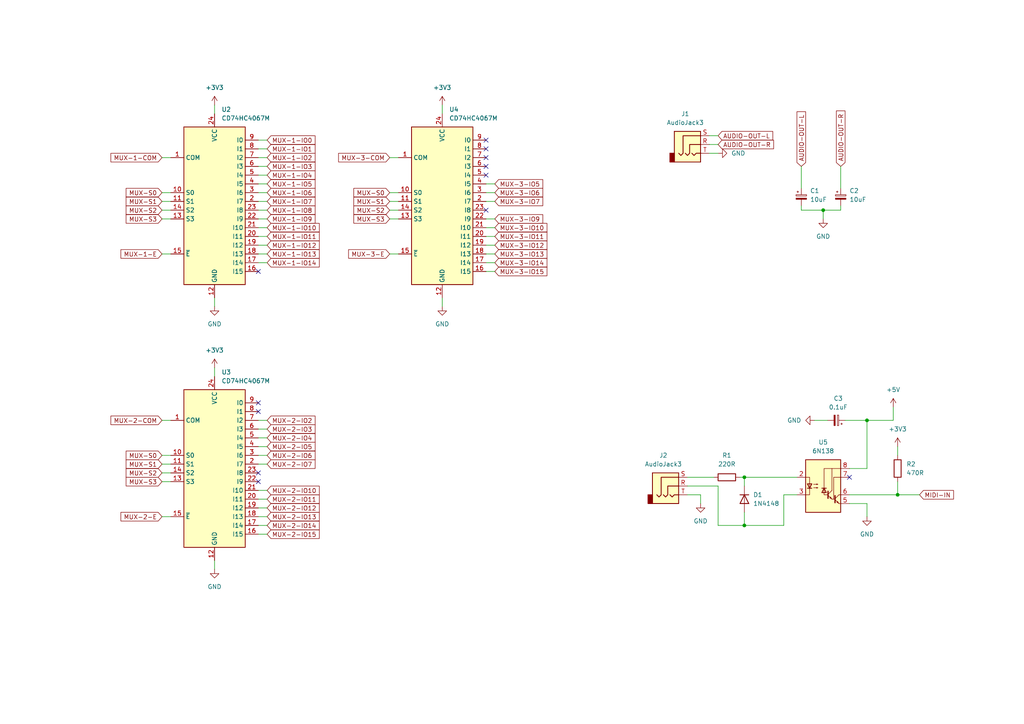
<source format=kicad_sch>
(kicad_sch (version 20211123) (generator eeschema)
  (paper "A4")
  (lib_symbols
    (symbol "74xx:CD74HC4067M"
      (property "Reference" "U" (at -8.89 22.86 0))
      (property "Value" "CD74HC4067M" (at 1.27 22.86 0))
      (symbol "CD74HC4067M_0_1"
        (rectangle (start -8.89 21.59) (end 8.89 -24.13) (stroke (width 0.254)) (fill (type background)))
      )
      (symbol "CD74HC4067M_1_1"
        (pin passive line (at -12.7 12.7 0) (length 3.81) (name "COM") (number "1"))
        (pin input line (at -12.7 2.54 0) (length 3.81) (name "S0") (number "10"))
        (pin input line (at -12.7 0 0) (length 3.81) (name "S1") (number "11"))
        (pin power_in line (at 0 -27.94 90) (length 3.81) (name "GND") (number "12"))
        (pin input line (at -12.7 -5.08 0) (length 3.81) (name "S3") (number "13"))
        (pin input line (at -12.7 -2.54 0) (length 3.81) (name "S2") (number "14"))
        (pin input line (at -12.7 -15.24 0) (length 3.81) (name "~{E}") (number "15"))
        (pin passive line (at 12.7 -20.32 180) (length 3.81) (name "I15") (number "16"))
        (pin passive line (at 12.7 -17.78 180) (length 3.81) (name "I14") (number "17"))
        (pin passive line (at 12.7 -15.24 180) (length 3.81) (name "I13") (number "18"))
        (pin passive line (at 12.7 -12.7 180) (length 3.81) (name "I12") (number "19"))
        (pin passive line (at 12.7 0 180) (length 3.81) (name "I7") (number "2"))
        (pin passive line (at 12.7 -10.16 180) (length 3.81) (name "I11") (number "20"))
        (pin passive line (at 12.7 -7.62 180) (length 3.81) (name "I10") (number "21"))
        (pin passive line (at 12.7 -5.08 180) (length 3.81) (name "I9") (number "22"))
        (pin passive line (at 12.7 -2.54 180) (length 3.81) (name "I8") (number "23"))
        (pin power_in line (at 0 25.4 270) (length 3.81) (name "VCC") (number "24"))
        (pin passive line (at 12.7 2.54 180) (length 3.81) (name "I6") (number "3"))
        (pin passive line (at 12.7 5.08 180) (length 3.81) (name "I5") (number "4"))
        (pin passive line (at 12.7 7.62 180) (length 3.81) (name "I4") (number "5"))
        (pin passive line (at 12.7 10.16 180) (length 3.81) (name "I3") (number "6"))
        (pin passive line (at 12.7 12.7 180) (length 3.81) (name "I2") (number "7"))
        (pin passive line (at 12.7 15.24 180) (length 3.81) (name "I1") (number "8"))
        (pin passive line (at 12.7 17.78 180) (length 3.81) (name "I0") (number "9"))
      )
    )
    (symbol "Connector:AudioJack3"
      (property "Reference" "J" (at 0 8.89 0))
      (property "Value" "AudioJack3" (at 0 6.35 0))
      (symbol "AudioJack3_0_1"
        (rectangle (start -5.08 -5.08) (end -6.35 -2.54) (stroke (width 0.254)) (fill (type outline)))
        (polyline (pts (xy 0 -2.54) (xy 0.635 -3.175) (xy 1.27 -2.54) (xy 2.54 -2.54)) (stroke (width 0.254)))
        (polyline (pts (xy -1.905 -2.54) (xy -1.27 -3.175) (xy -0.635 -2.54) (xy -0.635 0) (xy 2.54 0)) (stroke (width 0.254)))
        (polyline (pts (xy 2.54 2.54) (xy -2.54 2.54) (xy -2.54 -2.54) (xy -3.175 -3.175) (xy -3.81 -2.54)) (stroke (width 0.254)))
        (rectangle (start 2.54 3.81) (end -5.08 -5.08) (stroke (width 0.254)) (fill (type background)))
      )
      (symbol "AudioJack3_1_1"
        (pin passive line (at 5.08 0 180) (length 2.54) (name "~") (number "R"))
        (pin passive line (at 5.08 2.54 180) (length 2.54) (name "~") (number "S"))
        (pin passive line (at 5.08 -2.54 180) (length 2.54) (name "~") (number "T"))
      )
    )
    (symbol "Device:C_Polarized_Small" (pin_numbers hide) (pin_names (offset 0.254) hide)
      (property "Reference" "C" (at 0.254 1.778 0))
      (property "Value" "C_Polarized_Small" (at 0.254 -2.032 0))
      (symbol "C_Polarized_Small_0_1"
        (rectangle (start -1.524 -0.3048) (end 1.524 -0.6858) (fill (type outline)))
        (rectangle (start -1.524 0.6858) (end 1.524 0.3048))
        (polyline (pts (xy -1.27 1.524) (xy -0.762 1.524)))
        (polyline (pts (xy -1.016 1.27) (xy -1.016 1.778)))
      )
      (symbol "C_Polarized_Small_1_1"
        (pin passive line (at 0 2.54 270) (length 1.8542) (name "~") (number "1"))
        (pin passive line (at 0 -2.54 90) (length 1.8542) (name "~") (number "2"))
      )
    )
    (symbol "Device:R" (pin_numbers hide) (pin_names (offset 0))
      (property "Reference" "R" (at 2.032 0 90))
      (property "Value" "R" (at 0 0 90))
      (symbol "R_0_1"
        (rectangle (start -1.016 -2.54) (end 1.016 2.54) (stroke (width 0.254)))
      )
      (symbol "R_1_1"
        (pin passive line (at 0 3.81 270) (length 1.27) (name "~") (number "1"))
        (pin passive line (at 0 -3.81 90) (length 1.27) (name "~") (number "2"))
      )
    )
    (symbol "Diode:1N4148" (pin_numbers hide) (pin_names (offset 1.016) hide)
      (property "Reference" "D" (at 0 2.54 0))
      (property "Value" "1N4148" (at 0 -2.54 0))
      (symbol "1N4148_0_1"
        (polyline (pts (xy -1.27 1.27) (xy -1.27 -1.27)) (stroke (width 0.254)))
        (polyline (pts (xy 1.27 0) (xy -1.27 0)))
        (polyline (pts (xy 1.27 1.27) (xy 1.27 -1.27) (xy -1.27 0) (xy 1.27 1.27)) (stroke (width 0.254)))
      )
      (symbol "1N4148_1_1"
        (pin passive line (at -3.81 0 0) (length 2.54) (name "K") (number "1"))
        (pin passive line (at 3.81 0 180) (length 2.54) (name "A") (number "2"))
      )
    )
    (symbol "Isolator:6N138" (pin_names (offset 1.016) hide)
      (property "Reference" "U" (at -4.064 8.89 0))
      (property "Value" "6N138" (at 2.286 8.89 0))
      (symbol "6N138_0_1"
        (rectangle (start -5.08 7.62) (end 5.08 -7.62) (stroke (width 0.254)) (fill (type background)))
        (polyline (pts (xy -4.572 -0.635) (xy -3.302 -0.635)) (stroke (width 0.254)))
        (polyline (pts (xy 0.889 -0.635) (xy -0.381 -0.635)) (stroke (width 0.254)))
        (polyline (pts (xy 1.397 -2.667) (xy 2.54 -3.81)))
        (polyline (pts (xy 1.397 -2.413) (xy 2.54 -1.27)))
        (polyline (pts (xy 2.54 -3.81) (xy 3.175 -3.81)))
        (polyline (pts (xy 3.429 -3.937) (xy 4.572 -5.08)))
        (polyline (pts (xy 3.429 -3.683) (xy 4.572 -2.54)))
        (polyline (pts (xy 4.572 -5.08) (xy 5.08 -5.08)))
        (polyline (pts (xy 4.572 -2.54) (xy 5.08 -2.54)))
        (polyline (pts (xy 1.397 -1.524) (xy 1.397 -3.556) (xy 1.397 -3.556)) (stroke (width 0.3556)))
        (polyline (pts (xy 2.54 -1.27) (xy 2.54 5.08) (xy 5.08 5.08)))
        (polyline (pts (xy 3.429 -2.794) (xy 3.429 -4.826) (xy 3.429 -4.826)) (stroke (width 0.3556)))
        (polyline (pts (xy 5.08 2.54) (xy 3.048 2.54) (xy 3.048 -3.81)))
        (polyline (pts (xy -5.08 -2.54) (xy -3.937 -2.54) (xy -3.937 2.54) (xy -5.08 2.54)))
        (polyline (pts (xy -3.937 -0.635) (xy -4.572 0.635) (xy -3.302 0.635) (xy -3.937 -0.635)) (stroke (width 0.254)))
        (polyline (pts (xy 0.254 -0.635) (xy 0.889 -1.905) (xy -0.381 -1.905) (xy 0.254 -0.635)) (stroke (width 0.254)))
        (polyline (pts (xy 1.27 -2.54) (xy 0.254 -2.54) (xy 0.254 5.08) (xy 2.54 5.08)))
        (polyline (pts (xy 2.413 -3.683) (xy 2.159 -3.175) (xy 1.905 -3.429) (xy 2.413 -3.683)))
        (polyline (pts (xy 4.445 -4.953) (xy 4.191 -4.445) (xy 3.937 -4.699) (xy 4.445 -4.953)))
        (polyline (pts (xy -2.794 -0.508) (xy -1.524 -0.508) (xy -1.905 -0.635) (xy -1.905 -0.381) (xy -1.524 -0.508)))
        (polyline (pts (xy -2.794 0.508) (xy -1.524 0.508) (xy -1.905 0.381) (xy -1.905 0.635) (xy -1.524 0.508)))
      )
      (symbol "6N138_1_1"
        (pin no_connect line (at -5.08 5.08 0) (length 2.54) hide (name "NC") (number "1"))
        (pin passive line (at -7.62 2.54 0) (length 2.54) (name "C1") (number "2"))
        (pin passive line (at -7.62 -2.54 0) (length 2.54) (name "C2") (number "3"))
        (pin no_connect line (at -5.08 -5.08 0) (length 2.54) hide (name "NC") (number "4"))
        (pin passive line (at 7.62 -5.08 180) (length 2.54) (name "GND") (number "5"))
        (pin passive line (at 7.62 -2.54 180) (length 2.54) (name "VO2") (number "6"))
        (pin passive line (at 7.62 2.54 180) (length 2.54) (name "VO1") (number "7"))
        (pin passive line (at 7.62 5.08 180) (length 2.54) (name "VCC") (number "8"))
      )
    )
    (symbol "power:+3.3V" (power) (pin_names (offset 0))
      (property "Value" "+3.3V" (at 0 3.556 0))
      (symbol "+3.3V_0_1"
        (polyline (pts (xy -0.762 1.27) (xy 0 2.54)))
        (polyline (pts (xy 0 0) (xy 0 2.54)))
        (polyline (pts (xy 0 2.54) (xy 0.762 1.27)))
      )
      (symbol "+3.3V_1_1"
        (pin power_in line (at 0 0 90) (length 0) hide (name "+3V3") (number "1"))
      )
    )
    (symbol "power:+5V" (power) (pin_names (offset 0))
      (property "Value" "+5V" (at 0 3.556 0))
      (symbol "+5V_0_1"
        (polyline (pts (xy -0.762 1.27) (xy 0 2.54)))
        (polyline (pts (xy 0 0) (xy 0 2.54)))
        (polyline (pts (xy 0 2.54) (xy 0.762 1.27)))
      )
      (symbol "+5V_1_1"
        (pin power_in line (at 0 0 90) (length 0) hide (name "+5V") (number "1"))
      )
    )
    (symbol "power:GND" (power) (pin_names (offset 0))
      (property "Value" "GND" (at 0 -3.81 0))
      (symbol "GND_0_1"
        (polyline (pts (xy 0 0) (xy 0 -1.27) (xy 1.27 -1.27) (xy 0 -2.54) (xy -1.27 -1.27) (xy 0 -1.27)))
      )
      (symbol "GND_1_1"
        (pin power_in line (at 0 0 270) (length 0) hide (name "GND") (number "1"))
      )
    )
  )
  (junction (at 215.9 138.43))
  (junction (at 238.76 60.96))
  (junction (at 251.46 121.92))
  (junction (at 260.35 143.51))
  (junction (at 215.9 152.4))
  (no_connect (at 140.97 45.72))
  (no_connect (at 140.97 48.26))
  (no_connect (at 140.97 50.8))
  (no_connect (at 140.97 40.64))
  (no_connect (at 140.97 43.18))
  (no_connect (at 140.97 60.96))
  (no_connect (at 74.93 78.74))
  (no_connect (at 74.93 139.7))
  (no_connect (at 74.93 137.16))
  (no_connect (at 74.93 116.84))
  (no_connect (at 74.93 119.38))
  (no_connect (at 246.38 138.43))
  (wire (pts (xy 74.93 48.26) (xy 77.47 48.26)))
  (wire (pts (xy 46.99 73.66) (xy 49.53 73.66)))
  (wire (pts (xy 74.93 40.64) (xy 77.47 40.64)))
  (wire (pts (xy 74.93 149.86) (xy 77.47 149.86)))
  (wire (pts (xy 113.03 73.66) (xy 115.57 73.66)))
  (wire (pts (xy 140.97 73.66) (xy 143.51 73.66)))
  (wire (pts (xy 260.35 129.54) (xy 260.35 132.08)))
  (wire (pts (xy 74.93 68.58) (xy 77.47 68.58)))
  (wire (pts (xy 246.38 135.89) (xy 251.46 135.89)))
  (wire (pts (xy 140.97 63.5) (xy 143.51 63.5)))
  (wire (pts (xy 199.39 140.97) (xy 208.28 140.97)))
  (wire (pts (xy 74.93 66.04) (xy 77.47 66.04)))
  (wire (pts (xy 243.84 48.26) (xy 243.84 54.61)))
  (wire (pts (xy 46.99 137.16) (xy 49.53 137.16)))
  (wire (pts (xy 140.97 53.34) (xy 143.51 53.34)))
  (wire (pts (xy 199.39 143.51) (xy 203.2 143.51)))
  (wire (pts (xy 46.99 63.5) (xy 49.53 63.5)))
  (wire (pts (xy 260.35 143.51) (xy 246.38 143.51)))
  (wire (pts (xy 251.46 135.89) (xy 251.46 121.92)))
  (wire (pts (xy 62.23 162.56) (xy 62.23 165.1)))
  (wire (pts (xy 46.99 139.7) (xy 49.53 139.7)))
  (wire (pts (xy 74.93 50.8) (xy 77.47 50.8)))
  (wire (pts (xy 227.33 152.4) (xy 227.33 143.51)))
  (wire (pts (xy 243.84 59.69) (xy 243.84 60.96)))
  (wire (pts (xy 215.9 152.4) (xy 227.33 152.4)))
  (wire (pts (xy 215.9 138.43) (xy 215.9 140.97)))
  (wire (pts (xy 46.99 149.86) (xy 49.53 149.86)))
  (wire (pts (xy 128.27 30.48) (xy 128.27 33.02)))
  (wire (pts (xy 208.28 140.97) (xy 208.28 152.4)))
  (wire (pts (xy 238.76 60.96) (xy 238.76 63.5)))
  (wire (pts (xy 74.93 152.4) (xy 77.47 152.4)))
  (wire (pts (xy 208.28 152.4) (xy 215.9 152.4)))
  (wire (pts (xy 74.93 60.96) (xy 77.47 60.96)))
  (wire (pts (xy 214.63 138.43) (xy 215.9 138.43)))
  (wire (pts (xy 46.99 55.88) (xy 49.53 55.88)))
  (wire (pts (xy 74.93 132.08) (xy 77.47 132.08)))
  (wire (pts (xy 243.84 60.96) (xy 238.76 60.96)))
  (wire (pts (xy 74.93 55.88) (xy 77.47 55.88)))
  (wire (pts (xy 62.23 86.36) (xy 62.23 88.9)))
  (wire (pts (xy 246.38 146.05) (xy 251.46 146.05)))
  (wire (pts (xy 140.97 68.58) (xy 143.51 68.58)))
  (wire (pts (xy 74.93 63.5) (xy 77.47 63.5)))
  (wire (pts (xy 74.93 43.18) (xy 77.47 43.18)))
  (wire (pts (xy 46.99 134.62) (xy 49.53 134.62)))
  (wire (pts (xy 74.93 71.12) (xy 77.47 71.12)))
  (wire (pts (xy 113.03 45.72) (xy 115.57 45.72)))
  (wire (pts (xy 251.46 121.92) (xy 259.08 121.92)))
  (wire (pts (xy 113.03 58.42) (xy 115.57 58.42)))
  (wire (pts (xy 74.93 45.72) (xy 77.47 45.72)))
  (wire (pts (xy 74.93 147.32) (xy 77.47 147.32)))
  (wire (pts (xy 62.23 106.68) (xy 62.23 109.22)))
  (wire (pts (xy 74.93 134.62) (xy 77.47 134.62)))
  (wire (pts (xy 227.33 143.51) (xy 231.14 143.51)))
  (wire (pts (xy 260.35 139.7) (xy 260.35 143.51)))
  (wire (pts (xy 140.97 71.12) (xy 143.51 71.12)))
  (wire (pts (xy 205.74 41.91) (xy 208.28 41.91)))
  (wire (pts (xy 74.93 142.24) (xy 77.47 142.24)))
  (wire (pts (xy 232.41 59.69) (xy 232.41 60.96)))
  (wire (pts (xy 128.27 86.36) (xy 128.27 88.9)))
  (wire (pts (xy 251.46 146.05) (xy 251.46 149.86)))
  (wire (pts (xy 215.9 152.4) (xy 215.9 148.59)))
  (wire (pts (xy 74.93 129.54) (xy 77.47 129.54)))
  (wire (pts (xy 74.93 58.42) (xy 77.47 58.42)))
  (wire (pts (xy 46.99 45.72) (xy 49.53 45.72)))
  (wire (pts (xy 259.08 121.92) (xy 259.08 118.11)))
  (wire (pts (xy 74.93 121.92) (xy 77.47 121.92)))
  (wire (pts (xy 236.22 121.92) (xy 240.03 121.92)))
  (wire (pts (xy 140.97 55.88) (xy 143.51 55.88)))
  (wire (pts (xy 199.39 138.43) (xy 207.01 138.43)))
  (wire (pts (xy 62.23 30.48) (xy 62.23 33.02)))
  (wire (pts (xy 232.41 48.26) (xy 232.41 54.61)))
  (wire (pts (xy 113.03 55.88) (xy 115.57 55.88)))
  (wire (pts (xy 251.46 121.92) (xy 245.11 121.92)))
  (wire (pts (xy 140.97 58.42) (xy 143.51 58.42)))
  (wire (pts (xy 74.93 73.66) (xy 77.47 73.66)))
  (wire (pts (xy 203.2 143.51) (xy 203.2 146.05)))
  (wire (pts (xy 215.9 138.43) (xy 231.14 138.43)))
  (wire (pts (xy 46.99 60.96) (xy 49.53 60.96)))
  (wire (pts (xy 140.97 66.04) (xy 143.51 66.04)))
  (wire (pts (xy 140.97 76.2) (xy 143.51 76.2)))
  (wire (pts (xy 74.93 127) (xy 77.47 127)))
  (wire (pts (xy 74.93 76.2) (xy 77.47 76.2)))
  (wire (pts (xy 46.99 121.92) (xy 49.53 121.92)))
  (wire (pts (xy 140.97 78.74) (xy 143.51 78.74)))
  (wire (pts (xy 205.74 44.45) (xy 208.28 44.45)))
  (wire (pts (xy 74.93 53.34) (xy 77.47 53.34)))
  (wire (pts (xy 74.93 144.78) (xy 77.47 144.78)))
  (wire (pts (xy 260.35 143.51) (xy 266.7 143.51)))
  (wire (pts (xy 205.74 39.37) (xy 208.28 39.37)))
  (wire (pts (xy 113.03 63.5) (xy 115.57 63.5)))
  (wire (pts (xy 46.99 132.08) (xy 49.53 132.08)))
  (wire (pts (xy 232.41 60.96) (xy 238.76 60.96)))
  (wire (pts (xy 74.93 154.94) (xy 77.47 154.94)))
  (wire (pts (xy 74.93 124.46) (xy 77.47 124.46)))
  (wire (pts (xy 113.03 60.96) (xy 115.57 60.96)))
  (wire (pts (xy 46.99 58.42) (xy 49.53 58.42)))
  (global_label "MUX-3-IO5" (shape input) (at 143.51 53.34 0) (property "Intersheet References" "${INTERSHEET_REFS}" (effects hide)))
  (global_label "MUX-3-IO13" (shape input) (at 143.51 73.66 0) (property "Intersheet References" "${INTERSHEET_REFS}" (effects hide)))
  (global_label "MUX-1-IO14" (shape input) (at 77.47 76.2 0) (property "Intersheet References" "${INTERSHEET_REFS}" (effects hide)))
  (global_label "MUX-3-E" (shape input) (at 113.03 73.66 180) (property "Intersheet References" "${INTERSHEET_REFS}" (effects hide)))
  (global_label "MUX-3-IO14" (shape input) (at 143.51 76.2 0) (property "Intersheet References" "${INTERSHEET_REFS}" (effects hide)))
  (global_label "MUX-S2" (shape input) (at 46.99 60.96 180) (property "Intersheet References" "${INTERSHEET_REFS}" (effects hide)))
  (global_label "MUX-S2" (shape input) (at 113.03 60.96 180) (property "Intersheet References" "${INTERSHEET_REFS}" (effects hide)))
  (global_label "MUX-S3" (shape input) (at 46.99 63.5 180) (property "Intersheet References" "${INTERSHEET_REFS}" (effects hide)))
  (global_label "MUX-S0" (shape input) (at 46.99 55.88 180) (property "Intersheet References" "${INTERSHEET_REFS}" (effects hide)))
  (global_label "MUX-3-IO15" (shape input) (at 143.51 78.74 0) (property "Intersheet References" "${INTERSHEET_REFS}" (effects hide)))
  (global_label "MIDI-IN" (shape input) (at 266.7 143.51 0) (property "Intersheet References" "${INTERSHEET_REFS}" (effects hide)))
  (global_label "MUX-3-IO12" (shape input) (at 143.51 71.12 0) (property "Intersheet References" "${INTERSHEET_REFS}" (effects hide)))
  (global_label "MUX-S2" (shape input) (at 46.99 137.16 180) (property "Intersheet References" "${INTERSHEET_REFS}" (effects hide)))
  (global_label "MUX-2-IO12" (shape input) (at 77.47 147.32 0) (property "Intersheet References" "${INTERSHEET_REFS}" (effects hide)))
  (global_label "MUX-2-COM" (shape input) (at 46.99 121.92 180) (property "Intersheet References" "${INTERSHEET_REFS}" (effects hide)))
  (global_label "MUX-1-E" (shape input) (at 46.99 73.66 180) (property "Intersheet References" "${INTERSHEET_REFS}" (effects hide)))
  (global_label "MUX-S0" (shape input) (at 113.03 55.88 180) (property "Intersheet References" "${INTERSHEET_REFS}" (effects hide)))
  (global_label "MUX-2-IO13" (shape input) (at 77.47 149.86 0) (property "Intersheet References" "${INTERSHEET_REFS}" (effects hide)))
  (global_label "MUX-1-IO11" (shape input) (at 77.47 68.58 0) (property "Intersheet References" "${INTERSHEET_REFS}" (effects hide)))
  (global_label "MUX-S3" (shape input) (at 46.99 139.7 180) (property "Intersheet References" "${INTERSHEET_REFS}" (effects hide)))
  (global_label "MUX-S1" (shape input) (at 46.99 134.62 180) (property "Intersheet References" "${INTERSHEET_REFS}" (effects hide)))
  (global_label "MUX-1-IO8" (shape input) (at 77.47 60.96 0) (property "Intersheet References" "${INTERSHEET_REFS}" (effects hide)))
  (global_label "MUX-3-IO6" (shape input) (at 143.51 55.88 0) (property "Intersheet References" "${INTERSHEET_REFS}" (effects hide)))
  (global_label "MUX-2-IO10" (shape input) (at 77.47 142.24 0) (property "Intersheet References" "${INTERSHEET_REFS}" (effects hide)))
  (global_label "AUDIO-OUT-L" (shape input) (at 232.41 48.26 90) (property "Intersheet References" "${INTERSHEET_REFS}" (effects hide)))
  (global_label "MUX-3-IO9" (shape input) (at 143.51 63.5 0) (property "Intersheet References" "${INTERSHEET_REFS}" (effects hide)))
  (global_label "MUX-2-IO4" (shape input) (at 77.47 127 0) (property "Intersheet References" "${INTERSHEET_REFS}" (effects hide)))
  (global_label "MUX-1-IO0" (shape input) (at 77.47 40.64 0) (property "Intersheet References" "${INTERSHEET_REFS}" (effects hide)))
  (global_label "MUX-2-IO11" (shape input) (at 77.47 144.78 0) (property "Intersheet References" "${INTERSHEET_REFS}" (effects hide)))
  (global_label "MUX-2-IO6" (shape input) (at 77.47 132.08 0) (property "Intersheet References" "${INTERSHEET_REFS}" (effects hide)))
  (global_label "MUX-2-IO5" (shape input) (at 77.47 129.54 0) (property "Intersheet References" "${INTERSHEET_REFS}" (effects hide)))
  (global_label "AUDIO-OUT-R" (shape input) (at 243.84 48.26 90) (property "Intersheet References" "${INTERSHEET_REFS}" (effects hide)))
  (global_label "MUX-3-IO7" (shape input) (at 143.51 58.42 0) (property "Intersheet References" "${INTERSHEET_REFS}" (effects hide)))
  (global_label "MUX-1-IO4" (shape input) (at 77.47 50.8 0) (property "Intersheet References" "${INTERSHEET_REFS}" (effects hide)))
  (global_label "MUX-3-IO10" (shape input) (at 143.51 66.04 0) (property "Intersheet References" "${INTERSHEET_REFS}" (effects hide)))
  (global_label "MUX-2-IO3" (shape input) (at 77.47 124.46 0) (property "Intersheet References" "${INTERSHEET_REFS}" (effects hide)))
  (global_label "MUX-S1" (shape input) (at 113.03 58.42 180) (property "Intersheet References" "${INTERSHEET_REFS}" (effects hide)))
  (global_label "MUX-2-IO2" (shape input) (at 77.47 121.92 0) (property "Intersheet References" "${INTERSHEET_REFS}" (effects hide)))
  (global_label "AUDIO-OUT-R" (shape input) (at 208.28 41.91 0) (property "Intersheet References" "${INTERSHEET_REFS}" (effects hide)))
  (global_label "MUX-1-IO5" (shape input) (at 77.47 53.34 0) (property "Intersheet References" "${INTERSHEET_REFS}" (effects hide)))
  (global_label "MUX-2-IO14" (shape input) (at 77.47 152.4 0) (property "Intersheet References" "${INTERSHEET_REFS}" (effects hide)))
  (global_label "MUX-2-IO15" (shape input) (at 77.47 154.94 0) (property "Intersheet References" "${INTERSHEET_REFS}" (effects hide)))
  (global_label "MUX-3-COM" (shape input) (at 113.03 45.72 180) (property "Intersheet References" "${INTERSHEET_REFS}" (effects hide)))
  (global_label "MUX-1-IO9" (shape input) (at 77.47 63.5 0) (property "Intersheet References" "${INTERSHEET_REFS}" (effects hide)))
  (global_label "MUX-2-E" (shape input) (at 46.99 149.86 180) (property "Intersheet References" "${INTERSHEET_REFS}" (effects hide)))
  (global_label "MUX-1-IO6" (shape input) (at 77.47 55.88 0) (property "Intersheet References" "${INTERSHEET_REFS}" (effects hide)))
  (global_label "MUX-2-IO7" (shape input) (at 77.47 134.62 0) (property "Intersheet References" "${INTERSHEET_REFS}" (effects hide)))
  (global_label "MUX-1-IO12" (shape input) (at 77.47 71.12 0) (property "Intersheet References" "${INTERSHEET_REFS}" (effects hide)))
  (global_label "MUX-1-IO7" (shape input) (at 77.47 58.42 0) (property "Intersheet References" "${INTERSHEET_REFS}" (effects hide)))
  (global_label "MUX-1-IO10" (shape input) (at 77.47 66.04 0) (property "Intersheet References" "${INTERSHEET_REFS}" (effects hide)))
  (global_label "MUX-1-IO13" (shape input) (at 77.47 73.66 0) (property "Intersheet References" "${INTERSHEET_REFS}" (effects hide)))
  (global_label "MUX-1-IO2" (shape input) (at 77.47 45.72 0) (property "Intersheet References" "${INTERSHEET_REFS}" (effects hide)))
  (global_label "MUX-1-IO3" (shape input) (at 77.47 48.26 0) (property "Intersheet References" "${INTERSHEET_REFS}" (effects hide)))
  (global_label "MUX-S0" (shape input) (at 46.99 132.08 180) (property "Intersheet References" "${INTERSHEET_REFS}" (effects hide)))
  (global_label "MUX-S1" (shape input) (at 46.99 58.42 180) (property "Intersheet References" "${INTERSHEET_REFS}" (effects hide)))
  (global_label "MUX-S3" (shape input) (at 113.03 63.5 180) (property "Intersheet References" "${INTERSHEET_REFS}" (effects hide)))
  (global_label "MUX-1-IO1" (shape input) (at 77.47 43.18 0) (property "Intersheet References" "${INTERSHEET_REFS}" (effects hide)))
  (global_label "MUX-1-COM" (shape input) (at 46.99 45.72 180) (property "Intersheet References" "${INTERSHEET_REFS}" (effects hide)))
  (global_label "AUDIO-OUT-L" (shape input) (at 208.28 39.37 0) (property "Intersheet References" "${INTERSHEET_REFS}" (effects hide)))
  (global_label "MUX-3-IO11" (shape input) (at 143.51 68.58 0) (property "Intersheet References" "${INTERSHEET_REFS}" (effects hide)))
  (symbol (lib_id "power:GND") (at 236.22 121.92 270) (unit 1)
    (property "Reference" "#PWR016" (effects hide))
    (property "Value" "GND" (at 232.41 121.9199 90) (effects (justify right)))
  )
  (symbol (lib_id "power:GND") (at 208.28 44.45 90) (unit 1)
    (property "Reference" "#PWR01" (effects hide))
    (property "Value" "GND" (at 212.09 44.4499 90) (effects (justify right)))
  )
  (symbol (lib_id "power:GND") (at 238.76 63.5 0) (unit 1)
    (property "Reference" "#PWR02" (effects hide))
    (property "Value" "GND" (at 238.76 68.58 0))
  )
  (symbol (lib_id "power:+3.3V") (at 128.27 30.48 0) (unit 1)
    (property "Reference" "#PWR0110" (effects hide))
    (property "Value" "+3.3V" (at 128.27 25.4 0))
  )
  (symbol (lib_id "power:GND") (at 251.46 149.86 0) (unit 1)
    (property "Reference" "#PWR029" (effects hide))
    (property "Value" "GND" (at 251.46 154.94 0))
  )
  (symbol (lib_id "74xx:CD74HC4067M") (at 62.23 58.42 0) (unit 1)
    (property "Reference" "U2" (at 64.2494 31.75 0) (effects (justify left)))
    (property "Value" "CD74HC4067M" (at 64.2494 34.29 0) (effects (justify left)))
    (property "Footprint" "Package_SO:SOIC-24W_7.5x15.4mm_P1.27mm" (effects hide))
    (property "Datasheet" "http://www.ti.com/lit/ds/symlink/cd74hc4067.pdf" (effects hide))
  )
  (symbol (lib_id "Connector:AudioJack3") (at 194.31 140.97 0) (unit 1)
    (property "Reference" "J2" (at 192.405 132.08 0))
    (property "Value" "AudioJack3" (at 192.405 134.62 0))
    (property "Footprint" "Connector_Audio:Jack_3.5mm_CUI_SJ1-3533NG_Horizontal" (effects hide))
  )
  (symbol (lib_id "Device:C_Polarized_Small") (at 232.41 57.15 0) (unit 1)
    (property "Reference" "C1" (at 234.95 55.3338 0) (effects (justify left)))
    (property "Value" "10uF" (at 234.95 57.8738 0) (effects (justify left)))
    (property "Footprint" "Capacitor_THT:CP_Radial_D6.3mm_P2.50mm" (effects hide))
  )
  (symbol (lib_id "power:+3.3V") (at 260.35 129.54 0) (unit 1)
    (property "Reference" "#PWR038" (effects hide))
    (property "Value" "+3.3V" (at 260.35 124.46 0))
  )
  (symbol (lib_id "Diode:1N4148") (at 215.9 144.78 270) (unit 1)
    (property "Reference" "D1" (at 218.44 143.5099 90) (effects (justify left)))
    (property "Value" "1N4148" (at 218.44 146.0499 90) (effects (justify left)))
    (property "Footprint" "Diode_THT:D_DO-35_SOD27_P7.62mm_Horizontal" (effects hide))
    (property "Datasheet" "https://assets.nexperia.com/documents/data-sheet/1N4148_1N4448.pdf" (effects hide))
  )
  (symbol (lib_id "Device:C_Polarized_Small") (at 243.84 57.15 0) (unit 1)
    (property "Reference" "C2" (at 246.38 55.3338 0) (effects (justify left)))
    (property "Value" "10uF" (at 246.38 57.8738 0) (effects (justify left)))
    (property "Footprint" "Capacitor_THT:CP_Radial_D6.3mm_P2.50mm" (effects hide))
  )
  (symbol (lib_id "74xx:CD74HC4067M") (at 62.23 134.62 0) (unit 1)
    (property "Reference" "U3" (at 64.2494 107.95 0) (effects (justify left)))
    (property "Value" "CD74HC4067M" (at 64.2494 110.49 0) (effects (justify left)))
    (property "Footprint" "Package_SO:SOIC-24W_7.5x15.4mm_P1.27mm" (effects hide))
    (property "Datasheet" "http://www.ti.com/lit/ds/symlink/cd74hc4067.pdf" (effects hide))
  )
  (symbol (lib_id "Device:R") (at 210.82 138.43 90) (unit 1)
    (property "Reference" "R1" (at 210.82 132.08 90))
    (property "Value" "220R" (at 210.82 134.62 90))
    (property "Footprint" "Resistor_SMD:R_0805_2012Metric_Pad1.20x1.40mm_HandSolder" (effects hide))
  )
  (symbol (lib_id "power:+5V") (at 259.08 118.11 0) (unit 1)
    (property "Reference" "#PWR030" (effects hide))
    (property "Value" "+5V" (at 259.08 113.03 0))
  )
  (symbol (lib_id "power:GND") (at 128.27 88.9 0) (unit 1)
    (property "Reference" "#PWR0109" (effects hide))
    (property "Value" "GND" (at 128.27 93.98 0))
  )
  (symbol (lib_id "Device:C_Polarized_Small") (at 242.57 121.92 270) (mirror x) (unit 1)
    (property "Reference" "C3" (at 243.1161 115.57 90))
    (property "Value" "0.1uF" (at 243.1161 118.11 90))
    (property "Footprint" "Capacitor_THT:CP_Radial_D6.3mm_P2.50mm" (effects hide))
  )
  (symbol (lib_id "74xx:CD74HC4067M") (at 128.27 58.42 0) (unit 1)
    (property "Reference" "U4" (at 130.2894 31.75 0) (effects (justify left)))
    (property "Value" "CD74HC4067M" (at 130.2894 34.29 0) (effects (justify left)))
    (property "Footprint" "Package_SO:SOIC-24W_7.5x15.4mm_P1.27mm" (effects hide))
    (property "Datasheet" "http://www.ti.com/lit/ds/symlink/cd74hc4067.pdf" (effects hide))
  )
  (symbol (lib_id "Isolator:6N138") (at 238.76 140.97 0) (unit 1)
    (property "Reference" "U5" (at 238.76 128.27 0))
    (property "Value" "6N138" (at 238.76 130.81 0))
    (property "Footprint" "Package_DIP:DIP-8_W7.62mm_LongPads" (effects hide))
    (property "Datasheet" "http://www.onsemi.com/pub/Collateral/HCPL2731-D.pdf" (effects hide))
  )
  (symbol (lib_id "Device:R") (at 260.35 135.89 180) (unit 1)
    (property "Reference" "R2" (at 262.89 134.6199 0) (effects (justify right)))
    (property "Value" "470R" (at 262.89 137.1599 0) (effects (justify right)))
    (property "Footprint" "Resistor_SMD:R_0805_2012Metric_Pad1.20x1.40mm_HandSolder" (effects hide))
  )
  (symbol (lib_id "power:GND") (at 62.23 165.1 0) (unit 1)
    (property "Reference" "#PWR0111" (effects hide))
    (property "Value" "GND" (at 62.23 170.18 0))
  )
  (symbol (lib_id "power:+3.3V") (at 62.23 30.48 0) (unit 1)
    (property "Reference" "#PWR0108" (effects hide))
    (property "Value" "+3.3V" (at 62.23 25.4 0))
  )
  (symbol (lib_id "Connector:AudioJack3") (at 200.66 41.91 0) (unit 1)
    (property "Reference" "J1" (at 198.755 33.02 0))
    (property "Value" "AudioJack3" (at 198.755 35.56 0))
    (property "Footprint" "Connector_Audio:Jack_3.5mm_CUI_SJ1-3533NG_Horizontal" (effects hide))
  )
  (symbol (lib_id "power:GND") (at 62.23 88.9 0) (unit 1)
    (property "Reference" "#PWR0113" (effects hide))
    (property "Value" "GND" (at 62.23 93.98 0))
  )
  (symbol (lib_id "power:GND") (at 203.2 146.05 0) (unit 1)
    (property "Reference" "#PWR0124" (effects hide))
    (property "Value" "GND" (at 203.2 151.13 0))
  )
  (symbol (lib_id "power:+3.3V") (at 62.23 106.68 0) (unit 1)
    (property "Reference" "#PWR0112" (effects hide))
    (property "Value" "+3.3V" (at 62.23 101.6 0))
  )
)
</source>
